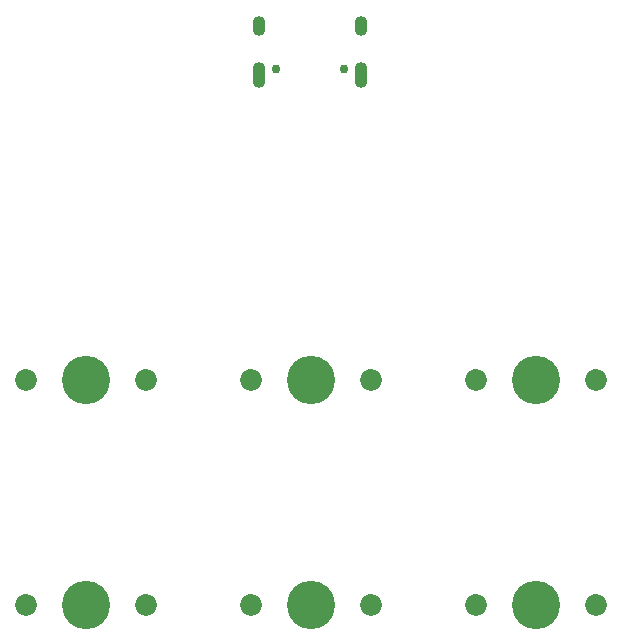
<source format=gbr>
%TF.GenerationSoftware,KiCad,Pcbnew,(5.1.6)-1*%
%TF.CreationDate,2020-07-11T20:12:46-04:00*%
%TF.ProjectId,4x5,3478352e-6b69-4636-9164-5f7063625858,rev?*%
%TF.SameCoordinates,Original*%
%TF.FileFunction,Soldermask,Bot*%
%TF.FilePolarity,Negative*%
%FSLAX46Y46*%
G04 Gerber Fmt 4.6, Leading zero omitted, Abs format (unit mm)*
G04 Created by KiCad (PCBNEW (5.1.6)-1) date 2020-07-11 20:12:46*
%MOMM*%
%LPD*%
G01*
G04 APERTURE LIST*
%ADD10C,0.750000*%
%ADD11O,1.100000X2.200000*%
%ADD12O,1.100000X1.700000*%
%ADD13C,1.850000*%
%ADD14C,4.087800*%
G04 APERTURE END LIST*
D10*
%TO.C,USB1*%
X203396100Y-85599600D03*
X209176100Y-85599600D03*
D11*
X210606100Y-86129600D03*
X201966100Y-86129600D03*
D12*
X210606100Y-81949600D03*
X201966100Y-81949600D03*
%TD*%
D13*
%TO.C,MX6*%
X220345000Y-130968750D03*
X230505000Y-130968750D03*
D14*
X225425000Y-130968750D03*
%TD*%
D13*
%TO.C,MX5*%
X201295000Y-130968750D03*
X211455000Y-130968750D03*
D14*
X206375000Y-130968750D03*
%TD*%
D13*
%TO.C,MX4*%
X182245000Y-130968750D03*
X192405000Y-130968750D03*
D14*
X187325000Y-130968750D03*
%TD*%
D13*
%TO.C,MX3*%
X220345000Y-111918750D03*
X230505000Y-111918750D03*
D14*
X225425000Y-111918750D03*
%TD*%
D13*
%TO.C,MX2*%
X201295000Y-111918750D03*
X211455000Y-111918750D03*
D14*
X206375000Y-111918750D03*
%TD*%
D13*
%TO.C,MX1*%
X182245000Y-111918750D03*
X192405000Y-111918750D03*
D14*
X187325000Y-111918750D03*
%TD*%
M02*

</source>
